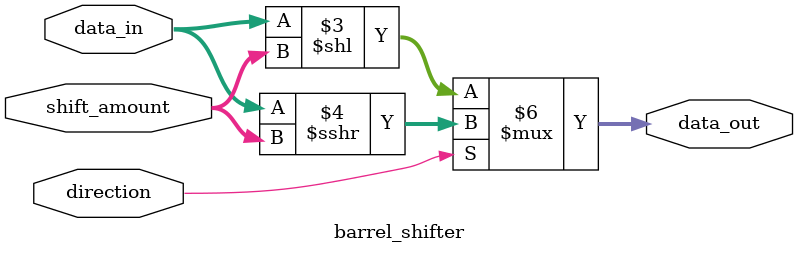
<source format=v>
module barrel_shifter #(parameter WIDTH = 8, parameter SHIFT_BITS = 3)(
    input wire signed [WIDTH-1:0] data_in,
    input wire [SHIFT_BITS-1:0] shift_amount,
    input wire direction, // 0 for left shift, 1 for right shift
    output reg signed [WIDTH-1:0] data_out
);
    always @* begin
        if (direction == 1'b0) begin
            // Left shift
            data_out = data_in << shift_amount;
        end else begin
            // Right shift with sign extension
            data_out = data_in >>> shift_amount;
        end
    end
endmodule

</source>
